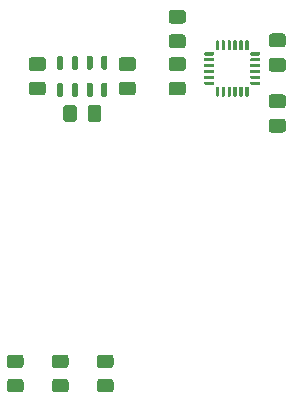
<source format=gbr>
%TF.GenerationSoftware,KiCad,Pcbnew,(5.1.9)-1*%
%TF.CreationDate,2021-05-19T19:29:26-04:00*%
%TF.ProjectId,ava_r2_bottom,6176615f-7232-45f6-926f-74746f6d2e6b,rev?*%
%TF.SameCoordinates,Original*%
%TF.FileFunction,Paste,Top*%
%TF.FilePolarity,Positive*%
%FSLAX46Y46*%
G04 Gerber Fmt 4.6, Leading zero omitted, Abs format (unit mm)*
G04 Created by KiCad (PCBNEW (5.1.9)-1) date 2021-05-19 19:29:26*
%MOMM*%
%LPD*%
G01*
G04 APERTURE LIST*
G04 APERTURE END LIST*
%TO.C,MPU6050*%
G36*
G01*
X201835000Y-50965000D02*
X201985000Y-50965000D01*
G75*
G02*
X202060000Y-51040000I0J-75000D01*
G01*
X202060000Y-51740000D01*
G75*
G02*
X201985000Y-51815000I-75000J0D01*
G01*
X201835000Y-51815000D01*
G75*
G02*
X201760000Y-51740000I0J75000D01*
G01*
X201760000Y-51040000D01*
G75*
G02*
X201835000Y-50965000I75000J0D01*
G01*
G37*
G36*
G01*
X201335000Y-50965000D02*
X201485000Y-50965000D01*
G75*
G02*
X201560000Y-51040000I0J-75000D01*
G01*
X201560000Y-51740000D01*
G75*
G02*
X201485000Y-51815000I-75000J0D01*
G01*
X201335000Y-51815000D01*
G75*
G02*
X201260000Y-51740000I0J75000D01*
G01*
X201260000Y-51040000D01*
G75*
G02*
X201335000Y-50965000I75000J0D01*
G01*
G37*
G36*
G01*
X200835000Y-50965000D02*
X200985000Y-50965000D01*
G75*
G02*
X201060000Y-51040000I0J-75000D01*
G01*
X201060000Y-51740000D01*
G75*
G02*
X200985000Y-51815000I-75000J0D01*
G01*
X200835000Y-51815000D01*
G75*
G02*
X200760000Y-51740000I0J75000D01*
G01*
X200760000Y-51040000D01*
G75*
G02*
X200835000Y-50965000I75000J0D01*
G01*
G37*
G36*
G01*
X200335000Y-50965000D02*
X200485000Y-50965000D01*
G75*
G02*
X200560000Y-51040000I0J-75000D01*
G01*
X200560000Y-51740000D01*
G75*
G02*
X200485000Y-51815000I-75000J0D01*
G01*
X200335000Y-51815000D01*
G75*
G02*
X200260000Y-51740000I0J75000D01*
G01*
X200260000Y-51040000D01*
G75*
G02*
X200335000Y-50965000I75000J0D01*
G01*
G37*
G36*
G01*
X199835000Y-50965000D02*
X199985000Y-50965000D01*
G75*
G02*
X200060000Y-51040000I0J-75000D01*
G01*
X200060000Y-51740000D01*
G75*
G02*
X199985000Y-51815000I-75000J0D01*
G01*
X199835000Y-51815000D01*
G75*
G02*
X199760000Y-51740000I0J75000D01*
G01*
X199760000Y-51040000D01*
G75*
G02*
X199835000Y-50965000I75000J0D01*
G01*
G37*
G36*
G01*
X199335000Y-50965000D02*
X199485000Y-50965000D01*
G75*
G02*
X199560000Y-51040000I0J-75000D01*
G01*
X199560000Y-51740000D01*
G75*
G02*
X199485000Y-51815000I-75000J0D01*
G01*
X199335000Y-51815000D01*
G75*
G02*
X199260000Y-51740000I0J75000D01*
G01*
X199260000Y-51040000D01*
G75*
G02*
X199335000Y-50965000I75000J0D01*
G01*
G37*
G36*
G01*
X198285000Y-52165000D02*
X198285000Y-52015000D01*
G75*
G02*
X198360000Y-51940000I75000J0D01*
G01*
X199060000Y-51940000D01*
G75*
G02*
X199135000Y-52015000I0J-75000D01*
G01*
X199135000Y-52165000D01*
G75*
G02*
X199060000Y-52240000I-75000J0D01*
G01*
X198360000Y-52240000D01*
G75*
G02*
X198285000Y-52165000I0J75000D01*
G01*
G37*
G36*
G01*
X198285000Y-52665000D02*
X198285000Y-52515000D01*
G75*
G02*
X198360000Y-52440000I75000J0D01*
G01*
X199060000Y-52440000D01*
G75*
G02*
X199135000Y-52515000I0J-75000D01*
G01*
X199135000Y-52665000D01*
G75*
G02*
X199060000Y-52740000I-75000J0D01*
G01*
X198360000Y-52740000D01*
G75*
G02*
X198285000Y-52665000I0J75000D01*
G01*
G37*
G36*
G01*
X198285000Y-53165000D02*
X198285000Y-53015000D01*
G75*
G02*
X198360000Y-52940000I75000J0D01*
G01*
X199060000Y-52940000D01*
G75*
G02*
X199135000Y-53015000I0J-75000D01*
G01*
X199135000Y-53165000D01*
G75*
G02*
X199060000Y-53240000I-75000J0D01*
G01*
X198360000Y-53240000D01*
G75*
G02*
X198285000Y-53165000I0J75000D01*
G01*
G37*
G36*
G01*
X198285000Y-53665000D02*
X198285000Y-53515000D01*
G75*
G02*
X198360000Y-53440000I75000J0D01*
G01*
X199060000Y-53440000D01*
G75*
G02*
X199135000Y-53515000I0J-75000D01*
G01*
X199135000Y-53665000D01*
G75*
G02*
X199060000Y-53740000I-75000J0D01*
G01*
X198360000Y-53740000D01*
G75*
G02*
X198285000Y-53665000I0J75000D01*
G01*
G37*
G36*
G01*
X198285000Y-54165000D02*
X198285000Y-54015000D01*
G75*
G02*
X198360000Y-53940000I75000J0D01*
G01*
X199060000Y-53940000D01*
G75*
G02*
X199135000Y-54015000I0J-75000D01*
G01*
X199135000Y-54165000D01*
G75*
G02*
X199060000Y-54240000I-75000J0D01*
G01*
X198360000Y-54240000D01*
G75*
G02*
X198285000Y-54165000I0J75000D01*
G01*
G37*
G36*
G01*
X198285000Y-54665000D02*
X198285000Y-54515000D01*
G75*
G02*
X198360000Y-54440000I75000J0D01*
G01*
X199060000Y-54440000D01*
G75*
G02*
X199135000Y-54515000I0J-75000D01*
G01*
X199135000Y-54665000D01*
G75*
G02*
X199060000Y-54740000I-75000J0D01*
G01*
X198360000Y-54740000D01*
G75*
G02*
X198285000Y-54665000I0J75000D01*
G01*
G37*
G36*
G01*
X199335000Y-54865000D02*
X199485000Y-54865000D01*
G75*
G02*
X199560000Y-54940000I0J-75000D01*
G01*
X199560000Y-55640000D01*
G75*
G02*
X199485000Y-55715000I-75000J0D01*
G01*
X199335000Y-55715000D01*
G75*
G02*
X199260000Y-55640000I0J75000D01*
G01*
X199260000Y-54940000D01*
G75*
G02*
X199335000Y-54865000I75000J0D01*
G01*
G37*
G36*
G01*
X199835000Y-54865000D02*
X199985000Y-54865000D01*
G75*
G02*
X200060000Y-54940000I0J-75000D01*
G01*
X200060000Y-55640000D01*
G75*
G02*
X199985000Y-55715000I-75000J0D01*
G01*
X199835000Y-55715000D01*
G75*
G02*
X199760000Y-55640000I0J75000D01*
G01*
X199760000Y-54940000D01*
G75*
G02*
X199835000Y-54865000I75000J0D01*
G01*
G37*
G36*
G01*
X200335000Y-54865000D02*
X200485000Y-54865000D01*
G75*
G02*
X200560000Y-54940000I0J-75000D01*
G01*
X200560000Y-55640000D01*
G75*
G02*
X200485000Y-55715000I-75000J0D01*
G01*
X200335000Y-55715000D01*
G75*
G02*
X200260000Y-55640000I0J75000D01*
G01*
X200260000Y-54940000D01*
G75*
G02*
X200335000Y-54865000I75000J0D01*
G01*
G37*
G36*
G01*
X200835000Y-54865000D02*
X200985000Y-54865000D01*
G75*
G02*
X201060000Y-54940000I0J-75000D01*
G01*
X201060000Y-55640000D01*
G75*
G02*
X200985000Y-55715000I-75000J0D01*
G01*
X200835000Y-55715000D01*
G75*
G02*
X200760000Y-55640000I0J75000D01*
G01*
X200760000Y-54940000D01*
G75*
G02*
X200835000Y-54865000I75000J0D01*
G01*
G37*
G36*
G01*
X201335000Y-54865000D02*
X201485000Y-54865000D01*
G75*
G02*
X201560000Y-54940000I0J-75000D01*
G01*
X201560000Y-55640000D01*
G75*
G02*
X201485000Y-55715000I-75000J0D01*
G01*
X201335000Y-55715000D01*
G75*
G02*
X201260000Y-55640000I0J75000D01*
G01*
X201260000Y-54940000D01*
G75*
G02*
X201335000Y-54865000I75000J0D01*
G01*
G37*
G36*
G01*
X201835000Y-54865000D02*
X201985000Y-54865000D01*
G75*
G02*
X202060000Y-54940000I0J-75000D01*
G01*
X202060000Y-55640000D01*
G75*
G02*
X201985000Y-55715000I-75000J0D01*
G01*
X201835000Y-55715000D01*
G75*
G02*
X201760000Y-55640000I0J75000D01*
G01*
X201760000Y-54940000D01*
G75*
G02*
X201835000Y-54865000I75000J0D01*
G01*
G37*
G36*
G01*
X202185000Y-54665000D02*
X202185000Y-54515000D01*
G75*
G02*
X202260000Y-54440000I75000J0D01*
G01*
X202960000Y-54440000D01*
G75*
G02*
X203035000Y-54515000I0J-75000D01*
G01*
X203035000Y-54665000D01*
G75*
G02*
X202960000Y-54740000I-75000J0D01*
G01*
X202260000Y-54740000D01*
G75*
G02*
X202185000Y-54665000I0J75000D01*
G01*
G37*
G36*
G01*
X202185000Y-54165000D02*
X202185000Y-54015000D01*
G75*
G02*
X202260000Y-53940000I75000J0D01*
G01*
X202960000Y-53940000D01*
G75*
G02*
X203035000Y-54015000I0J-75000D01*
G01*
X203035000Y-54165000D01*
G75*
G02*
X202960000Y-54240000I-75000J0D01*
G01*
X202260000Y-54240000D01*
G75*
G02*
X202185000Y-54165000I0J75000D01*
G01*
G37*
G36*
G01*
X202185000Y-53665000D02*
X202185000Y-53515000D01*
G75*
G02*
X202260000Y-53440000I75000J0D01*
G01*
X202960000Y-53440000D01*
G75*
G02*
X203035000Y-53515000I0J-75000D01*
G01*
X203035000Y-53665000D01*
G75*
G02*
X202960000Y-53740000I-75000J0D01*
G01*
X202260000Y-53740000D01*
G75*
G02*
X202185000Y-53665000I0J75000D01*
G01*
G37*
G36*
G01*
X202185000Y-53165000D02*
X202185000Y-53015000D01*
G75*
G02*
X202260000Y-52940000I75000J0D01*
G01*
X202960000Y-52940000D01*
G75*
G02*
X203035000Y-53015000I0J-75000D01*
G01*
X203035000Y-53165000D01*
G75*
G02*
X202960000Y-53240000I-75000J0D01*
G01*
X202260000Y-53240000D01*
G75*
G02*
X202185000Y-53165000I0J75000D01*
G01*
G37*
G36*
G01*
X202185000Y-52665000D02*
X202185000Y-52515000D01*
G75*
G02*
X202260000Y-52440000I75000J0D01*
G01*
X202960000Y-52440000D01*
G75*
G02*
X203035000Y-52515000I0J-75000D01*
G01*
X203035000Y-52665000D01*
G75*
G02*
X202960000Y-52740000I-75000J0D01*
G01*
X202260000Y-52740000D01*
G75*
G02*
X202185000Y-52665000I0J75000D01*
G01*
G37*
G36*
G01*
X202185000Y-52165000D02*
X202185000Y-52015000D01*
G75*
G02*
X202260000Y-51940000I75000J0D01*
G01*
X202960000Y-51940000D01*
G75*
G02*
X203035000Y-52015000I0J-75000D01*
G01*
X203035000Y-52165000D01*
G75*
G02*
X202960000Y-52240000I-75000J0D01*
G01*
X202260000Y-52240000D01*
G75*
G02*
X202185000Y-52165000I0J75000D01*
G01*
G37*
%TD*%
%TO.C,C7*%
G36*
G01*
X204945000Y-56700000D02*
X203995000Y-56700000D01*
G75*
G02*
X203745000Y-56450000I0J250000D01*
G01*
X203745000Y-55775000D01*
G75*
G02*
X203995000Y-55525000I250000J0D01*
G01*
X204945000Y-55525000D01*
G75*
G02*
X205195000Y-55775000I0J-250000D01*
G01*
X205195000Y-56450000D01*
G75*
G02*
X204945000Y-56700000I-250000J0D01*
G01*
G37*
G36*
G01*
X204945000Y-58775000D02*
X203995000Y-58775000D01*
G75*
G02*
X203745000Y-58525000I0J250000D01*
G01*
X203745000Y-57850000D01*
G75*
G02*
X203995000Y-57600000I250000J0D01*
G01*
X204945000Y-57600000D01*
G75*
G02*
X205195000Y-57850000I0J-250000D01*
G01*
X205195000Y-58525000D01*
G75*
G02*
X204945000Y-58775000I-250000J0D01*
G01*
G37*
%TD*%
%TO.C,C3*%
G36*
G01*
X195525000Y-54450000D02*
X196475000Y-54450000D01*
G75*
G02*
X196725000Y-54700000I0J-250000D01*
G01*
X196725000Y-55375000D01*
G75*
G02*
X196475000Y-55625000I-250000J0D01*
G01*
X195525000Y-55625000D01*
G75*
G02*
X195275000Y-55375000I0J250000D01*
G01*
X195275000Y-54700000D01*
G75*
G02*
X195525000Y-54450000I250000J0D01*
G01*
G37*
G36*
G01*
X195525000Y-52375000D02*
X196475000Y-52375000D01*
G75*
G02*
X196725000Y-52625000I0J-250000D01*
G01*
X196725000Y-53300000D01*
G75*
G02*
X196475000Y-53550000I-250000J0D01*
G01*
X195525000Y-53550000D01*
G75*
G02*
X195275000Y-53300000I0J250000D01*
G01*
X195275000Y-52625000D01*
G75*
G02*
X195525000Y-52375000I250000J0D01*
G01*
G37*
%TD*%
%TO.C,C2*%
G36*
G01*
X203995000Y-52450000D02*
X204945000Y-52450000D01*
G75*
G02*
X205195000Y-52700000I0J-250000D01*
G01*
X205195000Y-53375000D01*
G75*
G02*
X204945000Y-53625000I-250000J0D01*
G01*
X203995000Y-53625000D01*
G75*
G02*
X203745000Y-53375000I0J250000D01*
G01*
X203745000Y-52700000D01*
G75*
G02*
X203995000Y-52450000I250000J0D01*
G01*
G37*
G36*
G01*
X203995000Y-50375000D02*
X204945000Y-50375000D01*
G75*
G02*
X205195000Y-50625000I0J-250000D01*
G01*
X205195000Y-51300000D01*
G75*
G02*
X204945000Y-51550000I-250000J0D01*
G01*
X203995000Y-51550000D01*
G75*
G02*
X203745000Y-51300000I0J250000D01*
G01*
X203745000Y-50625000D01*
G75*
G02*
X203995000Y-50375000I250000J0D01*
G01*
G37*
%TD*%
%TO.C,C1*%
G36*
G01*
X196475000Y-51625000D02*
X195525000Y-51625000D01*
G75*
G02*
X195275000Y-51375000I0J250000D01*
G01*
X195275000Y-50700000D01*
G75*
G02*
X195525000Y-50450000I250000J0D01*
G01*
X196475000Y-50450000D01*
G75*
G02*
X196725000Y-50700000I0J-250000D01*
G01*
X196725000Y-51375000D01*
G75*
G02*
X196475000Y-51625000I-250000J0D01*
G01*
G37*
G36*
G01*
X196475000Y-49550000D02*
X195525000Y-49550000D01*
G75*
G02*
X195275000Y-49300000I0J250000D01*
G01*
X195275000Y-48625000D01*
G75*
G02*
X195525000Y-48375000I250000J0D01*
G01*
X196475000Y-48375000D01*
G75*
G02*
X196725000Y-48625000I0J-250000D01*
G01*
X196725000Y-49300000D01*
G75*
G02*
X196475000Y-49550000I-250000J0D01*
G01*
G37*
%TD*%
%TO.C,C4*%
G36*
G01*
X184625000Y-53550000D02*
X183675000Y-53550000D01*
G75*
G02*
X183425000Y-53300000I0J250000D01*
G01*
X183425000Y-52625000D01*
G75*
G02*
X183675000Y-52375000I250000J0D01*
G01*
X184625000Y-52375000D01*
G75*
G02*
X184875000Y-52625000I0J-250000D01*
G01*
X184875000Y-53300000D01*
G75*
G02*
X184625000Y-53550000I-250000J0D01*
G01*
G37*
G36*
G01*
X184625000Y-55625000D02*
X183675000Y-55625000D01*
G75*
G02*
X183425000Y-55375000I0J250000D01*
G01*
X183425000Y-54700000D01*
G75*
G02*
X183675000Y-54450000I250000J0D01*
G01*
X184625000Y-54450000D01*
G75*
G02*
X184875000Y-54700000I0J-250000D01*
G01*
X184875000Y-55375000D01*
G75*
G02*
X184625000Y-55625000I-250000J0D01*
G01*
G37*
%TD*%
%TO.C,C5*%
G36*
G01*
X191295000Y-52375000D02*
X192245000Y-52375000D01*
G75*
G02*
X192495000Y-52625000I0J-250000D01*
G01*
X192495000Y-53300000D01*
G75*
G02*
X192245000Y-53550000I-250000J0D01*
G01*
X191295000Y-53550000D01*
G75*
G02*
X191045000Y-53300000I0J250000D01*
G01*
X191045000Y-52625000D01*
G75*
G02*
X191295000Y-52375000I250000J0D01*
G01*
G37*
G36*
G01*
X191295000Y-54450000D02*
X192245000Y-54450000D01*
G75*
G02*
X192495000Y-54700000I0J-250000D01*
G01*
X192495000Y-55375000D01*
G75*
G02*
X192245000Y-55625000I-250000J0D01*
G01*
X191295000Y-55625000D01*
G75*
G02*
X191045000Y-55375000I0J250000D01*
G01*
X191045000Y-54700000D01*
G75*
G02*
X191295000Y-54450000I250000J0D01*
G01*
G37*
%TD*%
%TO.C,C6*%
G36*
G01*
X189585000Y-56675000D02*
X189585000Y-57625000D01*
G75*
G02*
X189335000Y-57875000I-250000J0D01*
G01*
X188660000Y-57875000D01*
G75*
G02*
X188410000Y-57625000I0J250000D01*
G01*
X188410000Y-56675000D01*
G75*
G02*
X188660000Y-56425000I250000J0D01*
G01*
X189335000Y-56425000D01*
G75*
G02*
X189585000Y-56675000I0J-250000D01*
G01*
G37*
G36*
G01*
X187510000Y-56675000D02*
X187510000Y-57625000D01*
G75*
G02*
X187260000Y-57875000I-250000J0D01*
G01*
X186585000Y-57875000D01*
G75*
G02*
X186335000Y-57625000I0J250000D01*
G01*
X186335000Y-56675000D01*
G75*
G02*
X186585000Y-56425000I250000J0D01*
G01*
X187260000Y-56425000D01*
G75*
G02*
X187510000Y-56675000I0J-250000D01*
G01*
G37*
%TD*%
%TO.C,D1*%
G36*
G01*
X189454999Y-77565000D02*
X190355001Y-77565000D01*
G75*
G02*
X190605000Y-77814999I0J-249999D01*
G01*
X190605000Y-78465001D01*
G75*
G02*
X190355001Y-78715000I-249999J0D01*
G01*
X189454999Y-78715000D01*
G75*
G02*
X189205000Y-78465001I0J249999D01*
G01*
X189205000Y-77814999D01*
G75*
G02*
X189454999Y-77565000I249999J0D01*
G01*
G37*
G36*
G01*
X189454999Y-79615000D02*
X190355001Y-79615000D01*
G75*
G02*
X190605000Y-79864999I0J-249999D01*
G01*
X190605000Y-80515001D01*
G75*
G02*
X190355001Y-80765000I-249999J0D01*
G01*
X189454999Y-80765000D01*
G75*
G02*
X189205000Y-80515001I0J249999D01*
G01*
X189205000Y-79864999D01*
G75*
G02*
X189454999Y-79615000I249999J0D01*
G01*
G37*
%TD*%
%TO.C,D2*%
G36*
G01*
X185644999Y-79615000D02*
X186545001Y-79615000D01*
G75*
G02*
X186795000Y-79864999I0J-249999D01*
G01*
X186795000Y-80515001D01*
G75*
G02*
X186545001Y-80765000I-249999J0D01*
G01*
X185644999Y-80765000D01*
G75*
G02*
X185395000Y-80515001I0J249999D01*
G01*
X185395000Y-79864999D01*
G75*
G02*
X185644999Y-79615000I249999J0D01*
G01*
G37*
G36*
G01*
X185644999Y-77565000D02*
X186545001Y-77565000D01*
G75*
G02*
X186795000Y-77814999I0J-249999D01*
G01*
X186795000Y-78465001D01*
G75*
G02*
X186545001Y-78715000I-249999J0D01*
G01*
X185644999Y-78715000D01*
G75*
G02*
X185395000Y-78465001I0J249999D01*
G01*
X185395000Y-77814999D01*
G75*
G02*
X185644999Y-77565000I249999J0D01*
G01*
G37*
%TD*%
%TO.C,D3*%
G36*
G01*
X181834999Y-77565000D02*
X182735001Y-77565000D01*
G75*
G02*
X182985000Y-77814999I0J-249999D01*
G01*
X182985000Y-78465001D01*
G75*
G02*
X182735001Y-78715000I-249999J0D01*
G01*
X181834999Y-78715000D01*
G75*
G02*
X181585000Y-78465001I0J249999D01*
G01*
X181585000Y-77814999D01*
G75*
G02*
X181834999Y-77565000I249999J0D01*
G01*
G37*
G36*
G01*
X181834999Y-79615000D02*
X182735001Y-79615000D01*
G75*
G02*
X182985000Y-79864999I0J-249999D01*
G01*
X182985000Y-80515001D01*
G75*
G02*
X182735001Y-80765000I-249999J0D01*
G01*
X181834999Y-80765000D01*
G75*
G02*
X181585000Y-80515001I0J249999D01*
G01*
X181585000Y-79864999D01*
G75*
G02*
X181834999Y-79615000I249999J0D01*
G01*
G37*
%TD*%
%TO.C,U3*%
G36*
G01*
X186210000Y-55750000D02*
X185960000Y-55750000D01*
G75*
G02*
X185835000Y-55625000I0J125000D01*
G01*
X185835000Y-54675000D01*
G75*
G02*
X185960000Y-54550000I125000J0D01*
G01*
X186210000Y-54550000D01*
G75*
G02*
X186335000Y-54675000I0J-125000D01*
G01*
X186335000Y-55625000D01*
G75*
G02*
X186210000Y-55750000I-125000J0D01*
G01*
G37*
G36*
G01*
X187460000Y-55750000D02*
X187210000Y-55750000D01*
G75*
G02*
X187085000Y-55625000I0J125000D01*
G01*
X187085000Y-54675000D01*
G75*
G02*
X187210000Y-54550000I125000J0D01*
G01*
X187460000Y-54550000D01*
G75*
G02*
X187585000Y-54675000I0J-125000D01*
G01*
X187585000Y-55625000D01*
G75*
G02*
X187460000Y-55750000I-125000J0D01*
G01*
G37*
G36*
G01*
X188710000Y-55750000D02*
X188460000Y-55750000D01*
G75*
G02*
X188335000Y-55625000I0J125000D01*
G01*
X188335000Y-54675000D01*
G75*
G02*
X188460000Y-54550000I125000J0D01*
G01*
X188710000Y-54550000D01*
G75*
G02*
X188835000Y-54675000I0J-125000D01*
G01*
X188835000Y-55625000D01*
G75*
G02*
X188710000Y-55750000I-125000J0D01*
G01*
G37*
G36*
G01*
X189960000Y-55750000D02*
X189710000Y-55750000D01*
G75*
G02*
X189585000Y-55625000I0J125000D01*
G01*
X189585000Y-54675000D01*
G75*
G02*
X189710000Y-54550000I125000J0D01*
G01*
X189960000Y-54550000D01*
G75*
G02*
X190085000Y-54675000I0J-125000D01*
G01*
X190085000Y-55625000D01*
G75*
G02*
X189960000Y-55750000I-125000J0D01*
G01*
G37*
G36*
G01*
X189960000Y-53450000D02*
X189710000Y-53450000D01*
G75*
G02*
X189585000Y-53325000I0J125000D01*
G01*
X189585000Y-52375000D01*
G75*
G02*
X189710000Y-52250000I125000J0D01*
G01*
X189960000Y-52250000D01*
G75*
G02*
X190085000Y-52375000I0J-125000D01*
G01*
X190085000Y-53325000D01*
G75*
G02*
X189960000Y-53450000I-125000J0D01*
G01*
G37*
G36*
G01*
X188710000Y-53450000D02*
X188460000Y-53450000D01*
G75*
G02*
X188335000Y-53325000I0J125000D01*
G01*
X188335000Y-52375000D01*
G75*
G02*
X188460000Y-52250000I125000J0D01*
G01*
X188710000Y-52250000D01*
G75*
G02*
X188835000Y-52375000I0J-125000D01*
G01*
X188835000Y-53325000D01*
G75*
G02*
X188710000Y-53450000I-125000J0D01*
G01*
G37*
G36*
G01*
X187460000Y-53450000D02*
X187210000Y-53450000D01*
G75*
G02*
X187085000Y-53325000I0J125000D01*
G01*
X187085000Y-52375000D01*
G75*
G02*
X187210000Y-52250000I125000J0D01*
G01*
X187460000Y-52250000D01*
G75*
G02*
X187585000Y-52375000I0J-125000D01*
G01*
X187585000Y-53325000D01*
G75*
G02*
X187460000Y-53450000I-125000J0D01*
G01*
G37*
G36*
G01*
X186210000Y-53450000D02*
X185960000Y-53450000D01*
G75*
G02*
X185835000Y-53325000I0J125000D01*
G01*
X185835000Y-52375000D01*
G75*
G02*
X185960000Y-52250000I125000J0D01*
G01*
X186210000Y-52250000D01*
G75*
G02*
X186335000Y-52375000I0J-125000D01*
G01*
X186335000Y-53325000D01*
G75*
G02*
X186210000Y-53450000I-125000J0D01*
G01*
G37*
%TD*%
M02*

</source>
